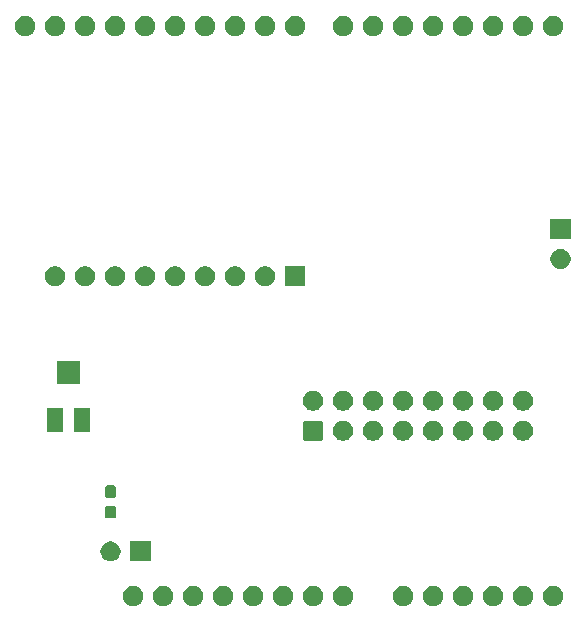
<source format=gbr>
G04 #@! TF.GenerationSoftware,KiCad,Pcbnew,(5.1.6)-1*
G04 #@! TF.CreationDate,2021-01-19T11:24:55+01:00*
G04 #@! TF.ProjectId,Thermolino 2A,54686572-6d6f-46c6-996e-6f2032412e6b,rev?*
G04 #@! TF.SameCoordinates,Original*
G04 #@! TF.FileFunction,Soldermask,Top*
G04 #@! TF.FilePolarity,Negative*
%FSLAX46Y46*%
G04 Gerber Fmt 4.6, Leading zero omitted, Abs format (unit mm)*
G04 Created by KiCad (PCBNEW (5.1.6)-1) date 2021-01-19 11:24:55*
%MOMM*%
%LPD*%
G01*
G04 APERTURE LIST*
%ADD10C,0.152400*%
G04 APERTURE END LIST*
D10*
G36*
X183050480Y-110882494D02*
G01*
X183133903Y-110899087D01*
X183291068Y-110964187D01*
X183432513Y-111058698D01*
X183552802Y-111178987D01*
X183647313Y-111320432D01*
X183712413Y-111477597D01*
X183745600Y-111644443D01*
X183745600Y-111814557D01*
X183712413Y-111981403D01*
X183647313Y-112138568D01*
X183552802Y-112280013D01*
X183432513Y-112400302D01*
X183291068Y-112494813D01*
X183133903Y-112559913D01*
X183050480Y-112576506D01*
X182967059Y-112593100D01*
X182796941Y-112593100D01*
X182713520Y-112576506D01*
X182630097Y-112559913D01*
X182472932Y-112494813D01*
X182331487Y-112400302D01*
X182211198Y-112280013D01*
X182116687Y-112138568D01*
X182051587Y-111981403D01*
X182018400Y-111814557D01*
X182018400Y-111644443D01*
X182051587Y-111477597D01*
X182116687Y-111320432D01*
X182211198Y-111178987D01*
X182331487Y-111058698D01*
X182472932Y-110964187D01*
X182630097Y-110899087D01*
X182713520Y-110882494D01*
X182796941Y-110865900D01*
X182967059Y-110865900D01*
X183050480Y-110882494D01*
G37*
G36*
X213530480Y-110882494D02*
G01*
X213613903Y-110899087D01*
X213771068Y-110964187D01*
X213912513Y-111058698D01*
X214032802Y-111178987D01*
X214127313Y-111320432D01*
X214192413Y-111477597D01*
X214225600Y-111644443D01*
X214225600Y-111814557D01*
X214192413Y-111981403D01*
X214127313Y-112138568D01*
X214032802Y-112280013D01*
X213912513Y-112400302D01*
X213771068Y-112494813D01*
X213613903Y-112559913D01*
X213530480Y-112576506D01*
X213447059Y-112593100D01*
X213276941Y-112593100D01*
X213193520Y-112576506D01*
X213110097Y-112559913D01*
X212952932Y-112494813D01*
X212811487Y-112400302D01*
X212691198Y-112280013D01*
X212596687Y-112138568D01*
X212531587Y-111981403D01*
X212498400Y-111814557D01*
X212498400Y-111644443D01*
X212531587Y-111477597D01*
X212596687Y-111320432D01*
X212691198Y-111178987D01*
X212811487Y-111058698D01*
X212952932Y-110964187D01*
X213110097Y-110899087D01*
X213193520Y-110882494D01*
X213276941Y-110865900D01*
X213447059Y-110865900D01*
X213530480Y-110882494D01*
G37*
G36*
X216070480Y-110882494D02*
G01*
X216153903Y-110899087D01*
X216311068Y-110964187D01*
X216452513Y-111058698D01*
X216572802Y-111178987D01*
X216667313Y-111320432D01*
X216732413Y-111477597D01*
X216765600Y-111644443D01*
X216765600Y-111814557D01*
X216732413Y-111981403D01*
X216667313Y-112138568D01*
X216572802Y-112280013D01*
X216452513Y-112400302D01*
X216311068Y-112494813D01*
X216153903Y-112559913D01*
X216070480Y-112576506D01*
X215987059Y-112593100D01*
X215816941Y-112593100D01*
X215733520Y-112576506D01*
X215650097Y-112559913D01*
X215492932Y-112494813D01*
X215351487Y-112400302D01*
X215231198Y-112280013D01*
X215136687Y-112138568D01*
X215071587Y-111981403D01*
X215038400Y-111814557D01*
X215038400Y-111644443D01*
X215071587Y-111477597D01*
X215136687Y-111320432D01*
X215231198Y-111178987D01*
X215351487Y-111058698D01*
X215492932Y-110964187D01*
X215650097Y-110899087D01*
X215733520Y-110882494D01*
X215816941Y-110865900D01*
X215987059Y-110865900D01*
X216070480Y-110882494D01*
G37*
G36*
X210990480Y-110882494D02*
G01*
X211073903Y-110899087D01*
X211231068Y-110964187D01*
X211372513Y-111058698D01*
X211492802Y-111178987D01*
X211587313Y-111320432D01*
X211652413Y-111477597D01*
X211685600Y-111644443D01*
X211685600Y-111814557D01*
X211652413Y-111981403D01*
X211587313Y-112138568D01*
X211492802Y-112280013D01*
X211372513Y-112400302D01*
X211231068Y-112494813D01*
X211073903Y-112559913D01*
X210990480Y-112576506D01*
X210907059Y-112593100D01*
X210736941Y-112593100D01*
X210653520Y-112576506D01*
X210570097Y-112559913D01*
X210412932Y-112494813D01*
X210271487Y-112400302D01*
X210151198Y-112280013D01*
X210056687Y-112138568D01*
X209991587Y-111981403D01*
X209958400Y-111814557D01*
X209958400Y-111644443D01*
X209991587Y-111477597D01*
X210056687Y-111320432D01*
X210151198Y-111178987D01*
X210271487Y-111058698D01*
X210412932Y-110964187D01*
X210570097Y-110899087D01*
X210653520Y-110882494D01*
X210736941Y-110865900D01*
X210907059Y-110865900D01*
X210990480Y-110882494D01*
G37*
G36*
X208450480Y-110882494D02*
G01*
X208533903Y-110899087D01*
X208691068Y-110964187D01*
X208832513Y-111058698D01*
X208952802Y-111178987D01*
X209047313Y-111320432D01*
X209112413Y-111477597D01*
X209145600Y-111644443D01*
X209145600Y-111814557D01*
X209112413Y-111981403D01*
X209047313Y-112138568D01*
X208952802Y-112280013D01*
X208832513Y-112400302D01*
X208691068Y-112494813D01*
X208533903Y-112559913D01*
X208450480Y-112576506D01*
X208367059Y-112593100D01*
X208196941Y-112593100D01*
X208113520Y-112576506D01*
X208030097Y-112559913D01*
X207872932Y-112494813D01*
X207731487Y-112400302D01*
X207611198Y-112280013D01*
X207516687Y-112138568D01*
X207451587Y-111981403D01*
X207418400Y-111814557D01*
X207418400Y-111644443D01*
X207451587Y-111477597D01*
X207516687Y-111320432D01*
X207611198Y-111178987D01*
X207731487Y-111058698D01*
X207872932Y-110964187D01*
X208030097Y-110899087D01*
X208113520Y-110882494D01*
X208196941Y-110865900D01*
X208367059Y-110865900D01*
X208450480Y-110882494D01*
G37*
G36*
X205910480Y-110882494D02*
G01*
X205993903Y-110899087D01*
X206151068Y-110964187D01*
X206292513Y-111058698D01*
X206412802Y-111178987D01*
X206507313Y-111320432D01*
X206572413Y-111477597D01*
X206605600Y-111644443D01*
X206605600Y-111814557D01*
X206572413Y-111981403D01*
X206507313Y-112138568D01*
X206412802Y-112280013D01*
X206292513Y-112400302D01*
X206151068Y-112494813D01*
X205993903Y-112559913D01*
X205910480Y-112576506D01*
X205827059Y-112593100D01*
X205656941Y-112593100D01*
X205573520Y-112576506D01*
X205490097Y-112559913D01*
X205332932Y-112494813D01*
X205191487Y-112400302D01*
X205071198Y-112280013D01*
X204976687Y-112138568D01*
X204911587Y-111981403D01*
X204878400Y-111814557D01*
X204878400Y-111644443D01*
X204911587Y-111477597D01*
X204976687Y-111320432D01*
X205071198Y-111178987D01*
X205191487Y-111058698D01*
X205332932Y-110964187D01*
X205490097Y-110899087D01*
X205573520Y-110882494D01*
X205656941Y-110865900D01*
X205827059Y-110865900D01*
X205910480Y-110882494D01*
G37*
G36*
X180510480Y-110882494D02*
G01*
X180593903Y-110899087D01*
X180751068Y-110964187D01*
X180892513Y-111058698D01*
X181012802Y-111178987D01*
X181107313Y-111320432D01*
X181172413Y-111477597D01*
X181205600Y-111644443D01*
X181205600Y-111814557D01*
X181172413Y-111981403D01*
X181107313Y-112138568D01*
X181012802Y-112280013D01*
X180892513Y-112400302D01*
X180751068Y-112494813D01*
X180593903Y-112559913D01*
X180510480Y-112576506D01*
X180427059Y-112593100D01*
X180256941Y-112593100D01*
X180173520Y-112576506D01*
X180090097Y-112559913D01*
X179932932Y-112494813D01*
X179791487Y-112400302D01*
X179671198Y-112280013D01*
X179576687Y-112138568D01*
X179511587Y-111981403D01*
X179478400Y-111814557D01*
X179478400Y-111644443D01*
X179511587Y-111477597D01*
X179576687Y-111320432D01*
X179671198Y-111178987D01*
X179791487Y-111058698D01*
X179932932Y-110964187D01*
X180090097Y-110899087D01*
X180173520Y-110882494D01*
X180256941Y-110865900D01*
X180427059Y-110865900D01*
X180510480Y-110882494D01*
G37*
G36*
X185590480Y-110882494D02*
G01*
X185673903Y-110899087D01*
X185831068Y-110964187D01*
X185972513Y-111058698D01*
X186092802Y-111178987D01*
X186187313Y-111320432D01*
X186252413Y-111477597D01*
X186285600Y-111644443D01*
X186285600Y-111814557D01*
X186252413Y-111981403D01*
X186187313Y-112138568D01*
X186092802Y-112280013D01*
X185972513Y-112400302D01*
X185831068Y-112494813D01*
X185673903Y-112559913D01*
X185590480Y-112576506D01*
X185507059Y-112593100D01*
X185336941Y-112593100D01*
X185253520Y-112576506D01*
X185170097Y-112559913D01*
X185012932Y-112494813D01*
X184871487Y-112400302D01*
X184751198Y-112280013D01*
X184656687Y-112138568D01*
X184591587Y-111981403D01*
X184558400Y-111814557D01*
X184558400Y-111644443D01*
X184591587Y-111477597D01*
X184656687Y-111320432D01*
X184751198Y-111178987D01*
X184871487Y-111058698D01*
X185012932Y-110964187D01*
X185170097Y-110899087D01*
X185253520Y-110882494D01*
X185336941Y-110865900D01*
X185507059Y-110865900D01*
X185590480Y-110882494D01*
G37*
G36*
X188130480Y-110882494D02*
G01*
X188213903Y-110899087D01*
X188371068Y-110964187D01*
X188512513Y-111058698D01*
X188632802Y-111178987D01*
X188727313Y-111320432D01*
X188792413Y-111477597D01*
X188825600Y-111644443D01*
X188825600Y-111814557D01*
X188792413Y-111981403D01*
X188727313Y-112138568D01*
X188632802Y-112280013D01*
X188512513Y-112400302D01*
X188371068Y-112494813D01*
X188213903Y-112559913D01*
X188130480Y-112576506D01*
X188047059Y-112593100D01*
X187876941Y-112593100D01*
X187793520Y-112576506D01*
X187710097Y-112559913D01*
X187552932Y-112494813D01*
X187411487Y-112400302D01*
X187291198Y-112280013D01*
X187196687Y-112138568D01*
X187131587Y-111981403D01*
X187098400Y-111814557D01*
X187098400Y-111644443D01*
X187131587Y-111477597D01*
X187196687Y-111320432D01*
X187291198Y-111178987D01*
X187411487Y-111058698D01*
X187552932Y-110964187D01*
X187710097Y-110899087D01*
X187793520Y-110882494D01*
X187876941Y-110865900D01*
X188047059Y-110865900D01*
X188130480Y-110882494D01*
G37*
G36*
X190670480Y-110882494D02*
G01*
X190753903Y-110899087D01*
X190911068Y-110964187D01*
X191052513Y-111058698D01*
X191172802Y-111178987D01*
X191267313Y-111320432D01*
X191332413Y-111477597D01*
X191365600Y-111644443D01*
X191365600Y-111814557D01*
X191332413Y-111981403D01*
X191267313Y-112138568D01*
X191172802Y-112280013D01*
X191052513Y-112400302D01*
X190911068Y-112494813D01*
X190753903Y-112559913D01*
X190670480Y-112576506D01*
X190587059Y-112593100D01*
X190416941Y-112593100D01*
X190333520Y-112576506D01*
X190250097Y-112559913D01*
X190092932Y-112494813D01*
X189951487Y-112400302D01*
X189831198Y-112280013D01*
X189736687Y-112138568D01*
X189671587Y-111981403D01*
X189638400Y-111814557D01*
X189638400Y-111644443D01*
X189671587Y-111477597D01*
X189736687Y-111320432D01*
X189831198Y-111178987D01*
X189951487Y-111058698D01*
X190092932Y-110964187D01*
X190250097Y-110899087D01*
X190333520Y-110882494D01*
X190416941Y-110865900D01*
X190587059Y-110865900D01*
X190670480Y-110882494D01*
G37*
G36*
X193210480Y-110882494D02*
G01*
X193293903Y-110899087D01*
X193451068Y-110964187D01*
X193592513Y-111058698D01*
X193712802Y-111178987D01*
X193807313Y-111320432D01*
X193872413Y-111477597D01*
X193905600Y-111644443D01*
X193905600Y-111814557D01*
X193872413Y-111981403D01*
X193807313Y-112138568D01*
X193712802Y-112280013D01*
X193592513Y-112400302D01*
X193451068Y-112494813D01*
X193293903Y-112559913D01*
X193210480Y-112576506D01*
X193127059Y-112593100D01*
X192956941Y-112593100D01*
X192873520Y-112576506D01*
X192790097Y-112559913D01*
X192632932Y-112494813D01*
X192491487Y-112400302D01*
X192371198Y-112280013D01*
X192276687Y-112138568D01*
X192211587Y-111981403D01*
X192178400Y-111814557D01*
X192178400Y-111644443D01*
X192211587Y-111477597D01*
X192276687Y-111320432D01*
X192371198Y-111178987D01*
X192491487Y-111058698D01*
X192632932Y-110964187D01*
X192790097Y-110899087D01*
X192873520Y-110882494D01*
X192956941Y-110865900D01*
X193127059Y-110865900D01*
X193210480Y-110882494D01*
G37*
G36*
X195750480Y-110882494D02*
G01*
X195833903Y-110899087D01*
X195991068Y-110964187D01*
X196132513Y-111058698D01*
X196252802Y-111178987D01*
X196347313Y-111320432D01*
X196412413Y-111477597D01*
X196445600Y-111644443D01*
X196445600Y-111814557D01*
X196412413Y-111981403D01*
X196347313Y-112138568D01*
X196252802Y-112280013D01*
X196132513Y-112400302D01*
X195991068Y-112494813D01*
X195833903Y-112559913D01*
X195750480Y-112576506D01*
X195667059Y-112593100D01*
X195496941Y-112593100D01*
X195413520Y-112576506D01*
X195330097Y-112559913D01*
X195172932Y-112494813D01*
X195031487Y-112400302D01*
X194911198Y-112280013D01*
X194816687Y-112138568D01*
X194751587Y-111981403D01*
X194718400Y-111814557D01*
X194718400Y-111644443D01*
X194751587Y-111477597D01*
X194816687Y-111320432D01*
X194911198Y-111178987D01*
X195031487Y-111058698D01*
X195172932Y-110964187D01*
X195330097Y-110899087D01*
X195413520Y-110882494D01*
X195496941Y-110865900D01*
X195667059Y-110865900D01*
X195750480Y-110882494D01*
G37*
G36*
X198290480Y-110882494D02*
G01*
X198373903Y-110899087D01*
X198531068Y-110964187D01*
X198672513Y-111058698D01*
X198792802Y-111178987D01*
X198887313Y-111320432D01*
X198952413Y-111477597D01*
X198985600Y-111644443D01*
X198985600Y-111814557D01*
X198952413Y-111981403D01*
X198887313Y-112138568D01*
X198792802Y-112280013D01*
X198672513Y-112400302D01*
X198531068Y-112494813D01*
X198373903Y-112559913D01*
X198290480Y-112576506D01*
X198207059Y-112593100D01*
X198036941Y-112593100D01*
X197953520Y-112576506D01*
X197870097Y-112559913D01*
X197712932Y-112494813D01*
X197571487Y-112400302D01*
X197451198Y-112280013D01*
X197356687Y-112138568D01*
X197291587Y-111981403D01*
X197258400Y-111814557D01*
X197258400Y-111644443D01*
X197291587Y-111477597D01*
X197356687Y-111320432D01*
X197451198Y-111178987D01*
X197571487Y-111058698D01*
X197712932Y-110964187D01*
X197870097Y-110899087D01*
X197953520Y-110882494D01*
X198036941Y-110865900D01*
X198207059Y-110865900D01*
X198290480Y-110882494D01*
G37*
G36*
X203370480Y-110882494D02*
G01*
X203453903Y-110899087D01*
X203611068Y-110964187D01*
X203752513Y-111058698D01*
X203872802Y-111178987D01*
X203967313Y-111320432D01*
X204032413Y-111477597D01*
X204065600Y-111644443D01*
X204065600Y-111814557D01*
X204032413Y-111981403D01*
X203967313Y-112138568D01*
X203872802Y-112280013D01*
X203752513Y-112400302D01*
X203611068Y-112494813D01*
X203453903Y-112559913D01*
X203370480Y-112576506D01*
X203287059Y-112593100D01*
X203116941Y-112593100D01*
X203033520Y-112576506D01*
X202950097Y-112559913D01*
X202792932Y-112494813D01*
X202651487Y-112400302D01*
X202531198Y-112280013D01*
X202436687Y-112138568D01*
X202371587Y-111981403D01*
X202338400Y-111814557D01*
X202338400Y-111644443D01*
X202371587Y-111477597D01*
X202436687Y-111320432D01*
X202531198Y-111178987D01*
X202651487Y-111058698D01*
X202792932Y-110964187D01*
X202950097Y-110899087D01*
X203033520Y-110882494D01*
X203116941Y-110865900D01*
X203287059Y-110865900D01*
X203370480Y-110882494D01*
G37*
G36*
X181825000Y-108800000D02*
G01*
X180125000Y-108800000D01*
X180125000Y-107100000D01*
X181825000Y-107100000D01*
X181825000Y-108800000D01*
G37*
G36*
X178682936Y-107132665D02*
G01*
X178837626Y-107196739D01*
X178907076Y-107243145D01*
X178976844Y-107289762D01*
X179095238Y-107408156D01*
X179141855Y-107477924D01*
X179188261Y-107547374D01*
X179252335Y-107702064D01*
X179285000Y-107866282D01*
X179285000Y-108033718D01*
X179252335Y-108197936D01*
X179188261Y-108352626D01*
X179141855Y-108422076D01*
X179095238Y-108491844D01*
X178976844Y-108610238D01*
X178907076Y-108656855D01*
X178837626Y-108703261D01*
X178682936Y-108767335D01*
X178518718Y-108800000D01*
X178351282Y-108800000D01*
X178187064Y-108767335D01*
X178032374Y-108703261D01*
X177962924Y-108656855D01*
X177893156Y-108610238D01*
X177774762Y-108491844D01*
X177728145Y-108422076D01*
X177681739Y-108352626D01*
X177617665Y-108197936D01*
X177585000Y-108033718D01*
X177585000Y-107866282D01*
X177617665Y-107702064D01*
X177681739Y-107547374D01*
X177728145Y-107477924D01*
X177774762Y-107408156D01*
X177893156Y-107289762D01*
X177962924Y-107243145D01*
X178032374Y-107196739D01*
X178187064Y-107132665D01*
X178351282Y-107100000D01*
X178518718Y-107100000D01*
X178682936Y-107132665D01*
G37*
G36*
X178742921Y-104113271D02*
G01*
X178781798Y-104125064D01*
X178817618Y-104144211D01*
X178849019Y-104169981D01*
X178874789Y-104201382D01*
X178893936Y-104237202D01*
X178905729Y-104276079D01*
X178910000Y-104319447D01*
X178910000Y-104948553D01*
X178905729Y-104991921D01*
X178893936Y-105030798D01*
X178874789Y-105066618D01*
X178849019Y-105098019D01*
X178817618Y-105123789D01*
X178781798Y-105142936D01*
X178742921Y-105154729D01*
X178699553Y-105159000D01*
X178170447Y-105159000D01*
X178127079Y-105154729D01*
X178088202Y-105142936D01*
X178052382Y-105123789D01*
X178020981Y-105098019D01*
X177995211Y-105066618D01*
X177976064Y-105030798D01*
X177964271Y-104991921D01*
X177960000Y-104948553D01*
X177960000Y-104319447D01*
X177964271Y-104276079D01*
X177976064Y-104237202D01*
X177995211Y-104201382D01*
X178020981Y-104169981D01*
X178052382Y-104144211D01*
X178088202Y-104125064D01*
X178127079Y-104113271D01*
X178170447Y-104109000D01*
X178699553Y-104109000D01*
X178742921Y-104113271D01*
G37*
G36*
X178742921Y-102363271D02*
G01*
X178781798Y-102375064D01*
X178817618Y-102394211D01*
X178849019Y-102419981D01*
X178874789Y-102451382D01*
X178893936Y-102487202D01*
X178905729Y-102526079D01*
X178910000Y-102569447D01*
X178910000Y-103198553D01*
X178905729Y-103241921D01*
X178893936Y-103280798D01*
X178874789Y-103316618D01*
X178849019Y-103348019D01*
X178817618Y-103373789D01*
X178781798Y-103392936D01*
X178742921Y-103404729D01*
X178699553Y-103409000D01*
X178170447Y-103409000D01*
X178127079Y-103404729D01*
X178088202Y-103392936D01*
X178052382Y-103373789D01*
X178020981Y-103348019D01*
X177995211Y-103316618D01*
X177976064Y-103280798D01*
X177964271Y-103241921D01*
X177960000Y-103198553D01*
X177960000Y-102569447D01*
X177964271Y-102526079D01*
X177976064Y-102487202D01*
X177995211Y-102451382D01*
X178020981Y-102419981D01*
X178052382Y-102394211D01*
X178088202Y-102375064D01*
X178127079Y-102363271D01*
X178170447Y-102359000D01*
X178699553Y-102359000D01*
X178742921Y-102363271D01*
G37*
G36*
X203447936Y-96909165D02*
G01*
X203602626Y-96973239D01*
X203672076Y-97019645D01*
X203741844Y-97066262D01*
X203860238Y-97184656D01*
X203906855Y-97254424D01*
X203953261Y-97323874D01*
X204017335Y-97478564D01*
X204050000Y-97642782D01*
X204050000Y-97810218D01*
X204017335Y-97974436D01*
X203953261Y-98129126D01*
X203906855Y-98198576D01*
X203860238Y-98268344D01*
X203741844Y-98386738D01*
X203708071Y-98409304D01*
X203602626Y-98479761D01*
X203447936Y-98543835D01*
X203283718Y-98576500D01*
X203116282Y-98576500D01*
X202952064Y-98543835D01*
X202797374Y-98479761D01*
X202691929Y-98409304D01*
X202658156Y-98386738D01*
X202539762Y-98268344D01*
X202493145Y-98198576D01*
X202446739Y-98129126D01*
X202382665Y-97974436D01*
X202350000Y-97810218D01*
X202350000Y-97642782D01*
X202382665Y-97478564D01*
X202446739Y-97323874D01*
X202493145Y-97254424D01*
X202539762Y-97184656D01*
X202658156Y-97066262D01*
X202727924Y-97019645D01*
X202797374Y-96973239D01*
X202952064Y-96909165D01*
X203116282Y-96876500D01*
X203283718Y-96876500D01*
X203447936Y-96909165D01*
G37*
G36*
X205987936Y-96909165D02*
G01*
X206142626Y-96973239D01*
X206212076Y-97019645D01*
X206281844Y-97066262D01*
X206400238Y-97184656D01*
X206446855Y-97254424D01*
X206493261Y-97323874D01*
X206557335Y-97478564D01*
X206590000Y-97642782D01*
X206590000Y-97810218D01*
X206557335Y-97974436D01*
X206493261Y-98129126D01*
X206446855Y-98198576D01*
X206400238Y-98268344D01*
X206281844Y-98386738D01*
X206248071Y-98409304D01*
X206142626Y-98479761D01*
X205987936Y-98543835D01*
X205823718Y-98576500D01*
X205656282Y-98576500D01*
X205492064Y-98543835D01*
X205337374Y-98479761D01*
X205231929Y-98409304D01*
X205198156Y-98386738D01*
X205079762Y-98268344D01*
X205033145Y-98198576D01*
X204986739Y-98129126D01*
X204922665Y-97974436D01*
X204890000Y-97810218D01*
X204890000Y-97642782D01*
X204922665Y-97478564D01*
X204986739Y-97323874D01*
X205033145Y-97254424D01*
X205079762Y-97184656D01*
X205198156Y-97066262D01*
X205267924Y-97019645D01*
X205337374Y-96973239D01*
X205492064Y-96909165D01*
X205656282Y-96876500D01*
X205823718Y-96876500D01*
X205987936Y-96909165D01*
G37*
G36*
X208527936Y-96909165D02*
G01*
X208682626Y-96973239D01*
X208752076Y-97019645D01*
X208821844Y-97066262D01*
X208940238Y-97184656D01*
X208986855Y-97254424D01*
X209033261Y-97323874D01*
X209097335Y-97478564D01*
X209130000Y-97642782D01*
X209130000Y-97810218D01*
X209097335Y-97974436D01*
X209033261Y-98129126D01*
X208986855Y-98198576D01*
X208940238Y-98268344D01*
X208821844Y-98386738D01*
X208788071Y-98409304D01*
X208682626Y-98479761D01*
X208527936Y-98543835D01*
X208363718Y-98576500D01*
X208196282Y-98576500D01*
X208032064Y-98543835D01*
X207877374Y-98479761D01*
X207771929Y-98409304D01*
X207738156Y-98386738D01*
X207619762Y-98268344D01*
X207573145Y-98198576D01*
X207526739Y-98129126D01*
X207462665Y-97974436D01*
X207430000Y-97810218D01*
X207430000Y-97642782D01*
X207462665Y-97478564D01*
X207526739Y-97323874D01*
X207573145Y-97254424D01*
X207619762Y-97184656D01*
X207738156Y-97066262D01*
X207807924Y-97019645D01*
X207877374Y-96973239D01*
X208032064Y-96909165D01*
X208196282Y-96876500D01*
X208363718Y-96876500D01*
X208527936Y-96909165D01*
G37*
G36*
X211067936Y-96909165D02*
G01*
X211222626Y-96973239D01*
X211292076Y-97019645D01*
X211361844Y-97066262D01*
X211480238Y-97184656D01*
X211526855Y-97254424D01*
X211573261Y-97323874D01*
X211637335Y-97478564D01*
X211670000Y-97642782D01*
X211670000Y-97810218D01*
X211637335Y-97974436D01*
X211573261Y-98129126D01*
X211526855Y-98198576D01*
X211480238Y-98268344D01*
X211361844Y-98386738D01*
X211328071Y-98409304D01*
X211222626Y-98479761D01*
X211067936Y-98543835D01*
X210903718Y-98576500D01*
X210736282Y-98576500D01*
X210572064Y-98543835D01*
X210417374Y-98479761D01*
X210311929Y-98409304D01*
X210278156Y-98386738D01*
X210159762Y-98268344D01*
X210113145Y-98198576D01*
X210066739Y-98129126D01*
X210002665Y-97974436D01*
X209970000Y-97810218D01*
X209970000Y-97642782D01*
X210002665Y-97478564D01*
X210066739Y-97323874D01*
X210113145Y-97254424D01*
X210159762Y-97184656D01*
X210278156Y-97066262D01*
X210347924Y-97019645D01*
X210417374Y-96973239D01*
X210572064Y-96909165D01*
X210736282Y-96876500D01*
X210903718Y-96876500D01*
X211067936Y-96909165D01*
G37*
G36*
X213607936Y-96909165D02*
G01*
X213762626Y-96973239D01*
X213832076Y-97019645D01*
X213901844Y-97066262D01*
X214020238Y-97184656D01*
X214066855Y-97254424D01*
X214113261Y-97323874D01*
X214177335Y-97478564D01*
X214210000Y-97642782D01*
X214210000Y-97810218D01*
X214177335Y-97974436D01*
X214113261Y-98129126D01*
X214066855Y-98198576D01*
X214020238Y-98268344D01*
X213901844Y-98386738D01*
X213868071Y-98409304D01*
X213762626Y-98479761D01*
X213607936Y-98543835D01*
X213443718Y-98576500D01*
X213276282Y-98576500D01*
X213112064Y-98543835D01*
X212957374Y-98479761D01*
X212851929Y-98409304D01*
X212818156Y-98386738D01*
X212699762Y-98268344D01*
X212653145Y-98198576D01*
X212606739Y-98129126D01*
X212542665Y-97974436D01*
X212510000Y-97810218D01*
X212510000Y-97642782D01*
X212542665Y-97478564D01*
X212606739Y-97323874D01*
X212653145Y-97254424D01*
X212699762Y-97184656D01*
X212818156Y-97066262D01*
X212887924Y-97019645D01*
X212957374Y-96973239D01*
X213112064Y-96909165D01*
X213276282Y-96876500D01*
X213443718Y-96876500D01*
X213607936Y-96909165D01*
G37*
G36*
X200907936Y-96909165D02*
G01*
X201062626Y-96973239D01*
X201132076Y-97019645D01*
X201201844Y-97066262D01*
X201320238Y-97184656D01*
X201366855Y-97254424D01*
X201413261Y-97323874D01*
X201477335Y-97478564D01*
X201510000Y-97642782D01*
X201510000Y-97810218D01*
X201477335Y-97974436D01*
X201413261Y-98129126D01*
X201366855Y-98198576D01*
X201320238Y-98268344D01*
X201201844Y-98386738D01*
X201168071Y-98409304D01*
X201062626Y-98479761D01*
X200907936Y-98543835D01*
X200743718Y-98576500D01*
X200576282Y-98576500D01*
X200412064Y-98543835D01*
X200257374Y-98479761D01*
X200151929Y-98409304D01*
X200118156Y-98386738D01*
X199999762Y-98268344D01*
X199953145Y-98198576D01*
X199906739Y-98129126D01*
X199842665Y-97974436D01*
X199810000Y-97810218D01*
X199810000Y-97642782D01*
X199842665Y-97478564D01*
X199906739Y-97323874D01*
X199953145Y-97254424D01*
X199999762Y-97184656D01*
X200118156Y-97066262D01*
X200187924Y-97019645D01*
X200257374Y-96973239D01*
X200412064Y-96909165D01*
X200576282Y-96876500D01*
X200743718Y-96876500D01*
X200907936Y-96909165D01*
G37*
G36*
X198367936Y-96909165D02*
G01*
X198522626Y-96973239D01*
X198592076Y-97019645D01*
X198661844Y-97066262D01*
X198780238Y-97184656D01*
X198826855Y-97254424D01*
X198873261Y-97323874D01*
X198937335Y-97478564D01*
X198970000Y-97642782D01*
X198970000Y-97810218D01*
X198937335Y-97974436D01*
X198873261Y-98129126D01*
X198826855Y-98198576D01*
X198780238Y-98268344D01*
X198661844Y-98386738D01*
X198628071Y-98409304D01*
X198522626Y-98479761D01*
X198367936Y-98543835D01*
X198203718Y-98576500D01*
X198036282Y-98576500D01*
X197872064Y-98543835D01*
X197717374Y-98479761D01*
X197611929Y-98409304D01*
X197578156Y-98386738D01*
X197459762Y-98268344D01*
X197413145Y-98198576D01*
X197366739Y-98129126D01*
X197302665Y-97974436D01*
X197270000Y-97810218D01*
X197270000Y-97642782D01*
X197302665Y-97478564D01*
X197366739Y-97323874D01*
X197413145Y-97254424D01*
X197459762Y-97184656D01*
X197578156Y-97066262D01*
X197647924Y-97019645D01*
X197717374Y-96973239D01*
X197872064Y-96909165D01*
X198036282Y-96876500D01*
X198203718Y-96876500D01*
X198367936Y-96909165D01*
G37*
G36*
X196262804Y-96880775D02*
G01*
X196301706Y-96892575D01*
X196337553Y-96911736D01*
X196368976Y-96937524D01*
X196394764Y-96968947D01*
X196413925Y-97004794D01*
X196425725Y-97043696D01*
X196430000Y-97087095D01*
X196430000Y-98365905D01*
X196425725Y-98409304D01*
X196413925Y-98448206D01*
X196394764Y-98484053D01*
X196368976Y-98515476D01*
X196337553Y-98541264D01*
X196301706Y-98560425D01*
X196262804Y-98572225D01*
X196219405Y-98576500D01*
X194940595Y-98576500D01*
X194897196Y-98572225D01*
X194858294Y-98560425D01*
X194822447Y-98541264D01*
X194791024Y-98515476D01*
X194765236Y-98484053D01*
X194746075Y-98448206D01*
X194734275Y-98409304D01*
X194730000Y-98365905D01*
X194730000Y-97087095D01*
X194734275Y-97043696D01*
X194746075Y-97004794D01*
X194765236Y-96968947D01*
X194791024Y-96937524D01*
X194822447Y-96911736D01*
X194858294Y-96892575D01*
X194897196Y-96880775D01*
X194940595Y-96876500D01*
X196219405Y-96876500D01*
X196262804Y-96880775D01*
G37*
G36*
X174379000Y-97805500D02*
G01*
X173079000Y-97805500D01*
X173079000Y-95805500D01*
X174379000Y-95805500D01*
X174379000Y-97805500D01*
G37*
G36*
X176679000Y-97805500D02*
G01*
X175379000Y-97805500D01*
X175379000Y-95805500D01*
X176679000Y-95805500D01*
X176679000Y-97805500D01*
G37*
G36*
X198367936Y-94369165D02*
G01*
X198522626Y-94433239D01*
X198592076Y-94479645D01*
X198661844Y-94526262D01*
X198780238Y-94644656D01*
X198826855Y-94714424D01*
X198873261Y-94783874D01*
X198937335Y-94938564D01*
X198970000Y-95102782D01*
X198970000Y-95270218D01*
X198937335Y-95434436D01*
X198873261Y-95589126D01*
X198826855Y-95658576D01*
X198780238Y-95728344D01*
X198661844Y-95846738D01*
X198592076Y-95893355D01*
X198522626Y-95939761D01*
X198367936Y-96003835D01*
X198203718Y-96036500D01*
X198036282Y-96036500D01*
X197872064Y-96003835D01*
X197717374Y-95939761D01*
X197647924Y-95893355D01*
X197578156Y-95846738D01*
X197459762Y-95728344D01*
X197413145Y-95658576D01*
X197366739Y-95589126D01*
X197302665Y-95434436D01*
X197270000Y-95270218D01*
X197270000Y-95102782D01*
X197302665Y-94938564D01*
X197366739Y-94783874D01*
X197413145Y-94714424D01*
X197459762Y-94644656D01*
X197578156Y-94526262D01*
X197647924Y-94479645D01*
X197717374Y-94433239D01*
X197872064Y-94369165D01*
X198036282Y-94336500D01*
X198203718Y-94336500D01*
X198367936Y-94369165D01*
G37*
G36*
X200907936Y-94369165D02*
G01*
X201062626Y-94433239D01*
X201132076Y-94479645D01*
X201201844Y-94526262D01*
X201320238Y-94644656D01*
X201366855Y-94714424D01*
X201413261Y-94783874D01*
X201477335Y-94938564D01*
X201510000Y-95102782D01*
X201510000Y-95270218D01*
X201477335Y-95434436D01*
X201413261Y-95589126D01*
X201366855Y-95658576D01*
X201320238Y-95728344D01*
X201201844Y-95846738D01*
X201132076Y-95893355D01*
X201062626Y-95939761D01*
X200907936Y-96003835D01*
X200743718Y-96036500D01*
X200576282Y-96036500D01*
X200412064Y-96003835D01*
X200257374Y-95939761D01*
X200187924Y-95893355D01*
X200118156Y-95846738D01*
X199999762Y-95728344D01*
X199953145Y-95658576D01*
X199906739Y-95589126D01*
X199842665Y-95434436D01*
X199810000Y-95270218D01*
X199810000Y-95102782D01*
X199842665Y-94938564D01*
X199906739Y-94783874D01*
X199953145Y-94714424D01*
X199999762Y-94644656D01*
X200118156Y-94526262D01*
X200187924Y-94479645D01*
X200257374Y-94433239D01*
X200412064Y-94369165D01*
X200576282Y-94336500D01*
X200743718Y-94336500D01*
X200907936Y-94369165D01*
G37*
G36*
X203447936Y-94369165D02*
G01*
X203602626Y-94433239D01*
X203672076Y-94479645D01*
X203741844Y-94526262D01*
X203860238Y-94644656D01*
X203906855Y-94714424D01*
X203953261Y-94783874D01*
X204017335Y-94938564D01*
X204050000Y-95102782D01*
X204050000Y-95270218D01*
X204017335Y-95434436D01*
X203953261Y-95589126D01*
X203906855Y-95658576D01*
X203860238Y-95728344D01*
X203741844Y-95846738D01*
X203672076Y-95893355D01*
X203602626Y-95939761D01*
X203447936Y-96003835D01*
X203283718Y-96036500D01*
X203116282Y-96036500D01*
X202952064Y-96003835D01*
X202797374Y-95939761D01*
X202727924Y-95893355D01*
X202658156Y-95846738D01*
X202539762Y-95728344D01*
X202493145Y-95658576D01*
X202446739Y-95589126D01*
X202382665Y-95434436D01*
X202350000Y-95270218D01*
X202350000Y-95102782D01*
X202382665Y-94938564D01*
X202446739Y-94783874D01*
X202493145Y-94714424D01*
X202539762Y-94644656D01*
X202658156Y-94526262D01*
X202727924Y-94479645D01*
X202797374Y-94433239D01*
X202952064Y-94369165D01*
X203116282Y-94336500D01*
X203283718Y-94336500D01*
X203447936Y-94369165D01*
G37*
G36*
X205987936Y-94369165D02*
G01*
X206142626Y-94433239D01*
X206212076Y-94479645D01*
X206281844Y-94526262D01*
X206400238Y-94644656D01*
X206446855Y-94714424D01*
X206493261Y-94783874D01*
X206557335Y-94938564D01*
X206590000Y-95102782D01*
X206590000Y-95270218D01*
X206557335Y-95434436D01*
X206493261Y-95589126D01*
X206446855Y-95658576D01*
X206400238Y-95728344D01*
X206281844Y-95846738D01*
X206212076Y-95893355D01*
X206142626Y-95939761D01*
X205987936Y-96003835D01*
X205823718Y-96036500D01*
X205656282Y-96036500D01*
X205492064Y-96003835D01*
X205337374Y-95939761D01*
X205267924Y-95893355D01*
X205198156Y-95846738D01*
X205079762Y-95728344D01*
X205033145Y-95658576D01*
X204986739Y-95589126D01*
X204922665Y-95434436D01*
X204890000Y-95270218D01*
X204890000Y-95102782D01*
X204922665Y-94938564D01*
X204986739Y-94783874D01*
X205033145Y-94714424D01*
X205079762Y-94644656D01*
X205198156Y-94526262D01*
X205267924Y-94479645D01*
X205337374Y-94433239D01*
X205492064Y-94369165D01*
X205656282Y-94336500D01*
X205823718Y-94336500D01*
X205987936Y-94369165D01*
G37*
G36*
X213607936Y-94369165D02*
G01*
X213762626Y-94433239D01*
X213832076Y-94479645D01*
X213901844Y-94526262D01*
X214020238Y-94644656D01*
X214066855Y-94714424D01*
X214113261Y-94783874D01*
X214177335Y-94938564D01*
X214210000Y-95102782D01*
X214210000Y-95270218D01*
X214177335Y-95434436D01*
X214113261Y-95589126D01*
X214066855Y-95658576D01*
X214020238Y-95728344D01*
X213901844Y-95846738D01*
X213832076Y-95893355D01*
X213762626Y-95939761D01*
X213607936Y-96003835D01*
X213443718Y-96036500D01*
X213276282Y-96036500D01*
X213112064Y-96003835D01*
X212957374Y-95939761D01*
X212887924Y-95893355D01*
X212818156Y-95846738D01*
X212699762Y-95728344D01*
X212653145Y-95658576D01*
X212606739Y-95589126D01*
X212542665Y-95434436D01*
X212510000Y-95270218D01*
X212510000Y-95102782D01*
X212542665Y-94938564D01*
X212606739Y-94783874D01*
X212653145Y-94714424D01*
X212699762Y-94644656D01*
X212818156Y-94526262D01*
X212887924Y-94479645D01*
X212957374Y-94433239D01*
X213112064Y-94369165D01*
X213276282Y-94336500D01*
X213443718Y-94336500D01*
X213607936Y-94369165D01*
G37*
G36*
X211067936Y-94369165D02*
G01*
X211222626Y-94433239D01*
X211292076Y-94479645D01*
X211361844Y-94526262D01*
X211480238Y-94644656D01*
X211526855Y-94714424D01*
X211573261Y-94783874D01*
X211637335Y-94938564D01*
X211670000Y-95102782D01*
X211670000Y-95270218D01*
X211637335Y-95434436D01*
X211573261Y-95589126D01*
X211526855Y-95658576D01*
X211480238Y-95728344D01*
X211361844Y-95846738D01*
X211292076Y-95893355D01*
X211222626Y-95939761D01*
X211067936Y-96003835D01*
X210903718Y-96036500D01*
X210736282Y-96036500D01*
X210572064Y-96003835D01*
X210417374Y-95939761D01*
X210347924Y-95893355D01*
X210278156Y-95846738D01*
X210159762Y-95728344D01*
X210113145Y-95658576D01*
X210066739Y-95589126D01*
X210002665Y-95434436D01*
X209970000Y-95270218D01*
X209970000Y-95102782D01*
X210002665Y-94938564D01*
X210066739Y-94783874D01*
X210113145Y-94714424D01*
X210159762Y-94644656D01*
X210278156Y-94526262D01*
X210347924Y-94479645D01*
X210417374Y-94433239D01*
X210572064Y-94369165D01*
X210736282Y-94336500D01*
X210903718Y-94336500D01*
X211067936Y-94369165D01*
G37*
G36*
X195827936Y-94369165D02*
G01*
X195982626Y-94433239D01*
X196052076Y-94479645D01*
X196121844Y-94526262D01*
X196240238Y-94644656D01*
X196286855Y-94714424D01*
X196333261Y-94783874D01*
X196397335Y-94938564D01*
X196430000Y-95102782D01*
X196430000Y-95270218D01*
X196397335Y-95434436D01*
X196333261Y-95589126D01*
X196286855Y-95658576D01*
X196240238Y-95728344D01*
X196121844Y-95846738D01*
X196052076Y-95893355D01*
X195982626Y-95939761D01*
X195827936Y-96003835D01*
X195663718Y-96036500D01*
X195496282Y-96036500D01*
X195332064Y-96003835D01*
X195177374Y-95939761D01*
X195107924Y-95893355D01*
X195038156Y-95846738D01*
X194919762Y-95728344D01*
X194873145Y-95658576D01*
X194826739Y-95589126D01*
X194762665Y-95434436D01*
X194730000Y-95270218D01*
X194730000Y-95102782D01*
X194762665Y-94938564D01*
X194826739Y-94783874D01*
X194873145Y-94714424D01*
X194919762Y-94644656D01*
X195038156Y-94526262D01*
X195107924Y-94479645D01*
X195177374Y-94433239D01*
X195332064Y-94369165D01*
X195496282Y-94336500D01*
X195663718Y-94336500D01*
X195827936Y-94369165D01*
G37*
G36*
X208527936Y-94369165D02*
G01*
X208682626Y-94433239D01*
X208752076Y-94479645D01*
X208821844Y-94526262D01*
X208940238Y-94644656D01*
X208986855Y-94714424D01*
X209033261Y-94783874D01*
X209097335Y-94938564D01*
X209130000Y-95102782D01*
X209130000Y-95270218D01*
X209097335Y-95434436D01*
X209033261Y-95589126D01*
X208986855Y-95658576D01*
X208940238Y-95728344D01*
X208821844Y-95846738D01*
X208752076Y-95893355D01*
X208682626Y-95939761D01*
X208527936Y-96003835D01*
X208363718Y-96036500D01*
X208196282Y-96036500D01*
X208032064Y-96003835D01*
X207877374Y-95939761D01*
X207807924Y-95893355D01*
X207738156Y-95846738D01*
X207619762Y-95728344D01*
X207573145Y-95658576D01*
X207526739Y-95589126D01*
X207462665Y-95434436D01*
X207430000Y-95270218D01*
X207430000Y-95102782D01*
X207462665Y-94938564D01*
X207526739Y-94783874D01*
X207573145Y-94714424D01*
X207619762Y-94644656D01*
X207738156Y-94526262D01*
X207807924Y-94479645D01*
X207877374Y-94433239D01*
X208032064Y-94369165D01*
X208196282Y-94336500D01*
X208363718Y-94336500D01*
X208527936Y-94369165D01*
G37*
G36*
X175879000Y-93805500D02*
G01*
X173879000Y-93805500D01*
X173879000Y-91805500D01*
X175879000Y-91805500D01*
X175879000Y-93805500D01*
G37*
G36*
X179063936Y-83828165D02*
G01*
X179218626Y-83892239D01*
X179287500Y-83938260D01*
X179357844Y-83985262D01*
X179476238Y-84103656D01*
X179522855Y-84173424D01*
X179569261Y-84242874D01*
X179633335Y-84397564D01*
X179666000Y-84561782D01*
X179666000Y-84729218D01*
X179633335Y-84893436D01*
X179569261Y-85048126D01*
X179522855Y-85117576D01*
X179476238Y-85187344D01*
X179357844Y-85305738D01*
X179288076Y-85352355D01*
X179218626Y-85398761D01*
X179063936Y-85462835D01*
X178899718Y-85495500D01*
X178732282Y-85495500D01*
X178568064Y-85462835D01*
X178413374Y-85398761D01*
X178343924Y-85352355D01*
X178274156Y-85305738D01*
X178155762Y-85187344D01*
X178109145Y-85117576D01*
X178062739Y-85048126D01*
X177998665Y-84893436D01*
X177966000Y-84729218D01*
X177966000Y-84561782D01*
X177998665Y-84397564D01*
X178062739Y-84242874D01*
X178109145Y-84173424D01*
X178155762Y-84103656D01*
X178274156Y-83985262D01*
X178344500Y-83938260D01*
X178413374Y-83892239D01*
X178568064Y-83828165D01*
X178732282Y-83795500D01*
X178899718Y-83795500D01*
X179063936Y-83828165D01*
G37*
G36*
X176523936Y-83828165D02*
G01*
X176678626Y-83892239D01*
X176747500Y-83938260D01*
X176817844Y-83985262D01*
X176936238Y-84103656D01*
X176982855Y-84173424D01*
X177029261Y-84242874D01*
X177093335Y-84397564D01*
X177126000Y-84561782D01*
X177126000Y-84729218D01*
X177093335Y-84893436D01*
X177029261Y-85048126D01*
X176982855Y-85117576D01*
X176936238Y-85187344D01*
X176817844Y-85305738D01*
X176748076Y-85352355D01*
X176678626Y-85398761D01*
X176523936Y-85462835D01*
X176359718Y-85495500D01*
X176192282Y-85495500D01*
X176028064Y-85462835D01*
X175873374Y-85398761D01*
X175803924Y-85352355D01*
X175734156Y-85305738D01*
X175615762Y-85187344D01*
X175569145Y-85117576D01*
X175522739Y-85048126D01*
X175458665Y-84893436D01*
X175426000Y-84729218D01*
X175426000Y-84561782D01*
X175458665Y-84397564D01*
X175522739Y-84242874D01*
X175569145Y-84173424D01*
X175615762Y-84103656D01*
X175734156Y-83985262D01*
X175804500Y-83938260D01*
X175873374Y-83892239D01*
X176028064Y-83828165D01*
X176192282Y-83795500D01*
X176359718Y-83795500D01*
X176523936Y-83828165D01*
G37*
G36*
X181603936Y-83828165D02*
G01*
X181758626Y-83892239D01*
X181827500Y-83938260D01*
X181897844Y-83985262D01*
X182016238Y-84103656D01*
X182062855Y-84173424D01*
X182109261Y-84242874D01*
X182173335Y-84397564D01*
X182206000Y-84561782D01*
X182206000Y-84729218D01*
X182173335Y-84893436D01*
X182109261Y-85048126D01*
X182062855Y-85117576D01*
X182016238Y-85187344D01*
X181897844Y-85305738D01*
X181828076Y-85352355D01*
X181758626Y-85398761D01*
X181603936Y-85462835D01*
X181439718Y-85495500D01*
X181272282Y-85495500D01*
X181108064Y-85462835D01*
X180953374Y-85398761D01*
X180883924Y-85352355D01*
X180814156Y-85305738D01*
X180695762Y-85187344D01*
X180649145Y-85117576D01*
X180602739Y-85048126D01*
X180538665Y-84893436D01*
X180506000Y-84729218D01*
X180506000Y-84561782D01*
X180538665Y-84397564D01*
X180602739Y-84242874D01*
X180649145Y-84173424D01*
X180695762Y-84103656D01*
X180814156Y-83985262D01*
X180884500Y-83938260D01*
X180953374Y-83892239D01*
X181108064Y-83828165D01*
X181272282Y-83795500D01*
X181439718Y-83795500D01*
X181603936Y-83828165D01*
G37*
G36*
X184143936Y-83828165D02*
G01*
X184298626Y-83892239D01*
X184367500Y-83938260D01*
X184437844Y-83985262D01*
X184556238Y-84103656D01*
X184602855Y-84173424D01*
X184649261Y-84242874D01*
X184713335Y-84397564D01*
X184746000Y-84561782D01*
X184746000Y-84729218D01*
X184713335Y-84893436D01*
X184649261Y-85048126D01*
X184602855Y-85117576D01*
X184556238Y-85187344D01*
X184437844Y-85305738D01*
X184368076Y-85352355D01*
X184298626Y-85398761D01*
X184143936Y-85462835D01*
X183979718Y-85495500D01*
X183812282Y-85495500D01*
X183648064Y-85462835D01*
X183493374Y-85398761D01*
X183423924Y-85352355D01*
X183354156Y-85305738D01*
X183235762Y-85187344D01*
X183189145Y-85117576D01*
X183142739Y-85048126D01*
X183078665Y-84893436D01*
X183046000Y-84729218D01*
X183046000Y-84561782D01*
X183078665Y-84397564D01*
X183142739Y-84242874D01*
X183189145Y-84173424D01*
X183235762Y-84103656D01*
X183354156Y-83985262D01*
X183424500Y-83938260D01*
X183493374Y-83892239D01*
X183648064Y-83828165D01*
X183812282Y-83795500D01*
X183979718Y-83795500D01*
X184143936Y-83828165D01*
G37*
G36*
X194906000Y-85495500D02*
G01*
X193206000Y-85495500D01*
X193206000Y-83795500D01*
X194906000Y-83795500D01*
X194906000Y-85495500D01*
G37*
G36*
X191763936Y-83828165D02*
G01*
X191918626Y-83892239D01*
X191987500Y-83938260D01*
X192057844Y-83985262D01*
X192176238Y-84103656D01*
X192222855Y-84173424D01*
X192269261Y-84242874D01*
X192333335Y-84397564D01*
X192366000Y-84561782D01*
X192366000Y-84729218D01*
X192333335Y-84893436D01*
X192269261Y-85048126D01*
X192222855Y-85117576D01*
X192176238Y-85187344D01*
X192057844Y-85305738D01*
X191988076Y-85352355D01*
X191918626Y-85398761D01*
X191763936Y-85462835D01*
X191599718Y-85495500D01*
X191432282Y-85495500D01*
X191268064Y-85462835D01*
X191113374Y-85398761D01*
X191043924Y-85352355D01*
X190974156Y-85305738D01*
X190855762Y-85187344D01*
X190809145Y-85117576D01*
X190762739Y-85048126D01*
X190698665Y-84893436D01*
X190666000Y-84729218D01*
X190666000Y-84561782D01*
X190698665Y-84397564D01*
X190762739Y-84242874D01*
X190809145Y-84173424D01*
X190855762Y-84103656D01*
X190974156Y-83985262D01*
X191044500Y-83938260D01*
X191113374Y-83892239D01*
X191268064Y-83828165D01*
X191432282Y-83795500D01*
X191599718Y-83795500D01*
X191763936Y-83828165D01*
G37*
G36*
X189223936Y-83828165D02*
G01*
X189378626Y-83892239D01*
X189447500Y-83938260D01*
X189517844Y-83985262D01*
X189636238Y-84103656D01*
X189682855Y-84173424D01*
X189729261Y-84242874D01*
X189793335Y-84397564D01*
X189826000Y-84561782D01*
X189826000Y-84729218D01*
X189793335Y-84893436D01*
X189729261Y-85048126D01*
X189682855Y-85117576D01*
X189636238Y-85187344D01*
X189517844Y-85305738D01*
X189448076Y-85352355D01*
X189378626Y-85398761D01*
X189223936Y-85462835D01*
X189059718Y-85495500D01*
X188892282Y-85495500D01*
X188728064Y-85462835D01*
X188573374Y-85398761D01*
X188503924Y-85352355D01*
X188434156Y-85305738D01*
X188315762Y-85187344D01*
X188269145Y-85117576D01*
X188222739Y-85048126D01*
X188158665Y-84893436D01*
X188126000Y-84729218D01*
X188126000Y-84561782D01*
X188158665Y-84397564D01*
X188222739Y-84242874D01*
X188269145Y-84173424D01*
X188315762Y-84103656D01*
X188434156Y-83985262D01*
X188504500Y-83938260D01*
X188573374Y-83892239D01*
X188728064Y-83828165D01*
X188892282Y-83795500D01*
X189059718Y-83795500D01*
X189223936Y-83828165D01*
G37*
G36*
X186683936Y-83828165D02*
G01*
X186838626Y-83892239D01*
X186907500Y-83938260D01*
X186977844Y-83985262D01*
X187096238Y-84103656D01*
X187142855Y-84173424D01*
X187189261Y-84242874D01*
X187253335Y-84397564D01*
X187286000Y-84561782D01*
X187286000Y-84729218D01*
X187253335Y-84893436D01*
X187189261Y-85048126D01*
X187142855Y-85117576D01*
X187096238Y-85187344D01*
X186977844Y-85305738D01*
X186908076Y-85352355D01*
X186838626Y-85398761D01*
X186683936Y-85462835D01*
X186519718Y-85495500D01*
X186352282Y-85495500D01*
X186188064Y-85462835D01*
X186033374Y-85398761D01*
X185963924Y-85352355D01*
X185894156Y-85305738D01*
X185775762Y-85187344D01*
X185729145Y-85117576D01*
X185682739Y-85048126D01*
X185618665Y-84893436D01*
X185586000Y-84729218D01*
X185586000Y-84561782D01*
X185618665Y-84397564D01*
X185682739Y-84242874D01*
X185729145Y-84173424D01*
X185775762Y-84103656D01*
X185894156Y-83985262D01*
X185964500Y-83938260D01*
X186033374Y-83892239D01*
X186188064Y-83828165D01*
X186352282Y-83795500D01*
X186519718Y-83795500D01*
X186683936Y-83828165D01*
G37*
G36*
X173983936Y-83828165D02*
G01*
X174138626Y-83892239D01*
X174207500Y-83938260D01*
X174277844Y-83985262D01*
X174396238Y-84103656D01*
X174442855Y-84173424D01*
X174489261Y-84242874D01*
X174553335Y-84397564D01*
X174586000Y-84561782D01*
X174586000Y-84729218D01*
X174553335Y-84893436D01*
X174489261Y-85048126D01*
X174442855Y-85117576D01*
X174396238Y-85187344D01*
X174277844Y-85305738D01*
X174208076Y-85352355D01*
X174138626Y-85398761D01*
X173983936Y-85462835D01*
X173819718Y-85495500D01*
X173652282Y-85495500D01*
X173488064Y-85462835D01*
X173333374Y-85398761D01*
X173263924Y-85352355D01*
X173194156Y-85305738D01*
X173075762Y-85187344D01*
X173029145Y-85117576D01*
X172982739Y-85048126D01*
X172918665Y-84893436D01*
X172886000Y-84729218D01*
X172886000Y-84561782D01*
X172918665Y-84397564D01*
X172982739Y-84242874D01*
X173029145Y-84173424D01*
X173075762Y-84103656D01*
X173194156Y-83985262D01*
X173264500Y-83938260D01*
X173333374Y-83892239D01*
X173488064Y-83828165D01*
X173652282Y-83795500D01*
X173819718Y-83795500D01*
X173983936Y-83828165D01*
G37*
G36*
X216782936Y-82367665D02*
G01*
X216937626Y-82431739D01*
X217007076Y-82478145D01*
X217076844Y-82524762D01*
X217195238Y-82643156D01*
X217241855Y-82712924D01*
X217288261Y-82782374D01*
X217352335Y-82937064D01*
X217385000Y-83101282D01*
X217385000Y-83268718D01*
X217352335Y-83432936D01*
X217288261Y-83587626D01*
X217241855Y-83657076D01*
X217195238Y-83726844D01*
X217076844Y-83845238D01*
X217007076Y-83891855D01*
X216937626Y-83938261D01*
X216782936Y-84002335D01*
X216618718Y-84035000D01*
X216451282Y-84035000D01*
X216287064Y-84002335D01*
X216132374Y-83938261D01*
X216062924Y-83891855D01*
X215993156Y-83845238D01*
X215874762Y-83726844D01*
X215828145Y-83657076D01*
X215781739Y-83587626D01*
X215717665Y-83432936D01*
X215685000Y-83268718D01*
X215685000Y-83101282D01*
X215717665Y-82937064D01*
X215781739Y-82782374D01*
X215828145Y-82712924D01*
X215874762Y-82643156D01*
X215993156Y-82524762D01*
X216062924Y-82478145D01*
X216132374Y-82431739D01*
X216287064Y-82367665D01*
X216451282Y-82335000D01*
X216618718Y-82335000D01*
X216782936Y-82367665D01*
G37*
G36*
X217385000Y-81495000D02*
G01*
X215685000Y-81495000D01*
X215685000Y-79795000D01*
X217385000Y-79795000D01*
X217385000Y-81495000D01*
G37*
G36*
X184066480Y-62622493D02*
G01*
X184149903Y-62639087D01*
X184307068Y-62704187D01*
X184448513Y-62798698D01*
X184568802Y-62918987D01*
X184663313Y-63060432D01*
X184728413Y-63217597D01*
X184761600Y-63384443D01*
X184761600Y-63554557D01*
X184728413Y-63721403D01*
X184663313Y-63878568D01*
X184568802Y-64020013D01*
X184448513Y-64140302D01*
X184307068Y-64234813D01*
X184149903Y-64299913D01*
X184066480Y-64316506D01*
X183983059Y-64333100D01*
X183812941Y-64333100D01*
X183729520Y-64316506D01*
X183646097Y-64299913D01*
X183488932Y-64234813D01*
X183347487Y-64140302D01*
X183227198Y-64020013D01*
X183132687Y-63878568D01*
X183067587Y-63721403D01*
X183034400Y-63554557D01*
X183034400Y-63384443D01*
X183067587Y-63217597D01*
X183132687Y-63060432D01*
X183227198Y-62918987D01*
X183347487Y-62798698D01*
X183488932Y-62704187D01*
X183646097Y-62639087D01*
X183729520Y-62622493D01*
X183812941Y-62605900D01*
X183983059Y-62605900D01*
X184066480Y-62622493D01*
G37*
G36*
X181526480Y-62622493D02*
G01*
X181609903Y-62639087D01*
X181767068Y-62704187D01*
X181908513Y-62798698D01*
X182028802Y-62918987D01*
X182123313Y-63060432D01*
X182188413Y-63217597D01*
X182221600Y-63384443D01*
X182221600Y-63554557D01*
X182188413Y-63721403D01*
X182123313Y-63878568D01*
X182028802Y-64020013D01*
X181908513Y-64140302D01*
X181767068Y-64234813D01*
X181609903Y-64299913D01*
X181526480Y-64316506D01*
X181443059Y-64333100D01*
X181272941Y-64333100D01*
X181189520Y-64316506D01*
X181106097Y-64299913D01*
X180948932Y-64234813D01*
X180807487Y-64140302D01*
X180687198Y-64020013D01*
X180592687Y-63878568D01*
X180527587Y-63721403D01*
X180494400Y-63554557D01*
X180494400Y-63384443D01*
X180527587Y-63217597D01*
X180592687Y-63060432D01*
X180687198Y-62918987D01*
X180807487Y-62798698D01*
X180948932Y-62704187D01*
X181106097Y-62639087D01*
X181189520Y-62622493D01*
X181272941Y-62605900D01*
X181443059Y-62605900D01*
X181526480Y-62622493D01*
G37*
G36*
X203370480Y-62622493D02*
G01*
X203453903Y-62639087D01*
X203611068Y-62704187D01*
X203752513Y-62798698D01*
X203872802Y-62918987D01*
X203967313Y-63060432D01*
X204032413Y-63217597D01*
X204065600Y-63384443D01*
X204065600Y-63554557D01*
X204032413Y-63721403D01*
X203967313Y-63878568D01*
X203872802Y-64020013D01*
X203752513Y-64140302D01*
X203611068Y-64234813D01*
X203453903Y-64299913D01*
X203370480Y-64316506D01*
X203287059Y-64333100D01*
X203116941Y-64333100D01*
X203033520Y-64316506D01*
X202950097Y-64299913D01*
X202792932Y-64234813D01*
X202651487Y-64140302D01*
X202531198Y-64020013D01*
X202436687Y-63878568D01*
X202371587Y-63721403D01*
X202338400Y-63554557D01*
X202338400Y-63384443D01*
X202371587Y-63217597D01*
X202436687Y-63060432D01*
X202531198Y-62918987D01*
X202651487Y-62798698D01*
X202792932Y-62704187D01*
X202950097Y-62639087D01*
X203033520Y-62622493D01*
X203116941Y-62605900D01*
X203287059Y-62605900D01*
X203370480Y-62622493D01*
G37*
G36*
X198290480Y-62622493D02*
G01*
X198373903Y-62639087D01*
X198531068Y-62704187D01*
X198672513Y-62798698D01*
X198792802Y-62918987D01*
X198887313Y-63060432D01*
X198952413Y-63217597D01*
X198985600Y-63384443D01*
X198985600Y-63554557D01*
X198952413Y-63721403D01*
X198887313Y-63878568D01*
X198792802Y-64020013D01*
X198672513Y-64140302D01*
X198531068Y-64234813D01*
X198373903Y-64299913D01*
X198290480Y-64316506D01*
X198207059Y-64333100D01*
X198036941Y-64333100D01*
X197953520Y-64316506D01*
X197870097Y-64299913D01*
X197712932Y-64234813D01*
X197571487Y-64140302D01*
X197451198Y-64020013D01*
X197356687Y-63878568D01*
X197291587Y-63721403D01*
X197258400Y-63554557D01*
X197258400Y-63384443D01*
X197291587Y-63217597D01*
X197356687Y-63060432D01*
X197451198Y-62918987D01*
X197571487Y-62798698D01*
X197712932Y-62704187D01*
X197870097Y-62639087D01*
X197953520Y-62622493D01*
X198036941Y-62605900D01*
X198207059Y-62605900D01*
X198290480Y-62622493D01*
G37*
G36*
X178986480Y-62622493D02*
G01*
X179069903Y-62639087D01*
X179227068Y-62704187D01*
X179368513Y-62798698D01*
X179488802Y-62918987D01*
X179583313Y-63060432D01*
X179648413Y-63217597D01*
X179681600Y-63384443D01*
X179681600Y-63554557D01*
X179648413Y-63721403D01*
X179583313Y-63878568D01*
X179488802Y-64020013D01*
X179368513Y-64140302D01*
X179227068Y-64234813D01*
X179069903Y-64299913D01*
X178986480Y-64316506D01*
X178903059Y-64333100D01*
X178732941Y-64333100D01*
X178649520Y-64316506D01*
X178566097Y-64299913D01*
X178408932Y-64234813D01*
X178267487Y-64140302D01*
X178147198Y-64020013D01*
X178052687Y-63878568D01*
X177987587Y-63721403D01*
X177954400Y-63554557D01*
X177954400Y-63384443D01*
X177987587Y-63217597D01*
X178052687Y-63060432D01*
X178147198Y-62918987D01*
X178267487Y-62798698D01*
X178408932Y-62704187D01*
X178566097Y-62639087D01*
X178649520Y-62622493D01*
X178732941Y-62605900D01*
X178903059Y-62605900D01*
X178986480Y-62622493D01*
G37*
G36*
X194226480Y-62622493D02*
G01*
X194309903Y-62639087D01*
X194467068Y-62704187D01*
X194608513Y-62798698D01*
X194728802Y-62918987D01*
X194823313Y-63060432D01*
X194888413Y-63217597D01*
X194921600Y-63384443D01*
X194921600Y-63554557D01*
X194888413Y-63721403D01*
X194823313Y-63878568D01*
X194728802Y-64020013D01*
X194608513Y-64140302D01*
X194467068Y-64234813D01*
X194309903Y-64299913D01*
X194226480Y-64316506D01*
X194143059Y-64333100D01*
X193972941Y-64333100D01*
X193889520Y-64316506D01*
X193806097Y-64299913D01*
X193648932Y-64234813D01*
X193507487Y-64140302D01*
X193387198Y-64020013D01*
X193292687Y-63878568D01*
X193227587Y-63721403D01*
X193194400Y-63554557D01*
X193194400Y-63384443D01*
X193227587Y-63217597D01*
X193292687Y-63060432D01*
X193387198Y-62918987D01*
X193507487Y-62798698D01*
X193648932Y-62704187D01*
X193806097Y-62639087D01*
X193889520Y-62622493D01*
X193972941Y-62605900D01*
X194143059Y-62605900D01*
X194226480Y-62622493D01*
G37*
G36*
X191686480Y-62622493D02*
G01*
X191769903Y-62639087D01*
X191927068Y-62704187D01*
X192068513Y-62798698D01*
X192188802Y-62918987D01*
X192283313Y-63060432D01*
X192348413Y-63217597D01*
X192381600Y-63384443D01*
X192381600Y-63554557D01*
X192348413Y-63721403D01*
X192283313Y-63878568D01*
X192188802Y-64020013D01*
X192068513Y-64140302D01*
X191927068Y-64234813D01*
X191769903Y-64299913D01*
X191686480Y-64316506D01*
X191603059Y-64333100D01*
X191432941Y-64333100D01*
X191349520Y-64316506D01*
X191266097Y-64299913D01*
X191108932Y-64234813D01*
X190967487Y-64140302D01*
X190847198Y-64020013D01*
X190752687Y-63878568D01*
X190687587Y-63721403D01*
X190654400Y-63554557D01*
X190654400Y-63384443D01*
X190687587Y-63217597D01*
X190752687Y-63060432D01*
X190847198Y-62918987D01*
X190967487Y-62798698D01*
X191108932Y-62704187D01*
X191266097Y-62639087D01*
X191349520Y-62622493D01*
X191432941Y-62605900D01*
X191603059Y-62605900D01*
X191686480Y-62622493D01*
G37*
G36*
X189146480Y-62622493D02*
G01*
X189229903Y-62639087D01*
X189387068Y-62704187D01*
X189528513Y-62798698D01*
X189648802Y-62918987D01*
X189743313Y-63060432D01*
X189808413Y-63217597D01*
X189841600Y-63384443D01*
X189841600Y-63554557D01*
X189808413Y-63721403D01*
X189743313Y-63878568D01*
X189648802Y-64020013D01*
X189528513Y-64140302D01*
X189387068Y-64234813D01*
X189229903Y-64299913D01*
X189146480Y-64316506D01*
X189063059Y-64333100D01*
X188892941Y-64333100D01*
X188809520Y-64316506D01*
X188726097Y-64299913D01*
X188568932Y-64234813D01*
X188427487Y-64140302D01*
X188307198Y-64020013D01*
X188212687Y-63878568D01*
X188147587Y-63721403D01*
X188114400Y-63554557D01*
X188114400Y-63384443D01*
X188147587Y-63217597D01*
X188212687Y-63060432D01*
X188307198Y-62918987D01*
X188427487Y-62798698D01*
X188568932Y-62704187D01*
X188726097Y-62639087D01*
X188809520Y-62622493D01*
X188892941Y-62605900D01*
X189063059Y-62605900D01*
X189146480Y-62622493D01*
G37*
G36*
X173906480Y-62622493D02*
G01*
X173989903Y-62639087D01*
X174147068Y-62704187D01*
X174288513Y-62798698D01*
X174408802Y-62918987D01*
X174503313Y-63060432D01*
X174568413Y-63217597D01*
X174601600Y-63384443D01*
X174601600Y-63554557D01*
X174568413Y-63721403D01*
X174503313Y-63878568D01*
X174408802Y-64020013D01*
X174288513Y-64140302D01*
X174147068Y-64234813D01*
X173989903Y-64299913D01*
X173906480Y-64316506D01*
X173823059Y-64333100D01*
X173652941Y-64333100D01*
X173569520Y-64316506D01*
X173486097Y-64299913D01*
X173328932Y-64234813D01*
X173187487Y-64140302D01*
X173067198Y-64020013D01*
X172972687Y-63878568D01*
X172907587Y-63721403D01*
X172874400Y-63554557D01*
X172874400Y-63384443D01*
X172907587Y-63217597D01*
X172972687Y-63060432D01*
X173067198Y-62918987D01*
X173187487Y-62798698D01*
X173328932Y-62704187D01*
X173486097Y-62639087D01*
X173569520Y-62622493D01*
X173652941Y-62605900D01*
X173823059Y-62605900D01*
X173906480Y-62622493D01*
G37*
G36*
X176446480Y-62622493D02*
G01*
X176529903Y-62639087D01*
X176687068Y-62704187D01*
X176828513Y-62798698D01*
X176948802Y-62918987D01*
X177043313Y-63060432D01*
X177108413Y-63217597D01*
X177141600Y-63384443D01*
X177141600Y-63554557D01*
X177108413Y-63721403D01*
X177043313Y-63878568D01*
X176948802Y-64020013D01*
X176828513Y-64140302D01*
X176687068Y-64234813D01*
X176529903Y-64299913D01*
X176446480Y-64316506D01*
X176363059Y-64333100D01*
X176192941Y-64333100D01*
X176109520Y-64316506D01*
X176026097Y-64299913D01*
X175868932Y-64234813D01*
X175727487Y-64140302D01*
X175607198Y-64020013D01*
X175512687Y-63878568D01*
X175447587Y-63721403D01*
X175414400Y-63554557D01*
X175414400Y-63384443D01*
X175447587Y-63217597D01*
X175512687Y-63060432D01*
X175607198Y-62918987D01*
X175727487Y-62798698D01*
X175868932Y-62704187D01*
X176026097Y-62639087D01*
X176109520Y-62622493D01*
X176192941Y-62605900D01*
X176363059Y-62605900D01*
X176446480Y-62622493D01*
G37*
G36*
X171366480Y-62622493D02*
G01*
X171449903Y-62639087D01*
X171607068Y-62704187D01*
X171748513Y-62798698D01*
X171868802Y-62918987D01*
X171963313Y-63060432D01*
X172028413Y-63217597D01*
X172061600Y-63384443D01*
X172061600Y-63554557D01*
X172028413Y-63721403D01*
X171963313Y-63878568D01*
X171868802Y-64020013D01*
X171748513Y-64140302D01*
X171607068Y-64234813D01*
X171449903Y-64299913D01*
X171366480Y-64316506D01*
X171283059Y-64333100D01*
X171112941Y-64333100D01*
X171029520Y-64316506D01*
X170946097Y-64299913D01*
X170788932Y-64234813D01*
X170647487Y-64140302D01*
X170527198Y-64020013D01*
X170432687Y-63878568D01*
X170367587Y-63721403D01*
X170334400Y-63554557D01*
X170334400Y-63384443D01*
X170367587Y-63217597D01*
X170432687Y-63060432D01*
X170527198Y-62918987D01*
X170647487Y-62798698D01*
X170788932Y-62704187D01*
X170946097Y-62639087D01*
X171029520Y-62622493D01*
X171112941Y-62605900D01*
X171283059Y-62605900D01*
X171366480Y-62622493D01*
G37*
G36*
X186606480Y-62622493D02*
G01*
X186689903Y-62639087D01*
X186847068Y-62704187D01*
X186988513Y-62798698D01*
X187108802Y-62918987D01*
X187203313Y-63060432D01*
X187268413Y-63217597D01*
X187301600Y-63384443D01*
X187301600Y-63554557D01*
X187268413Y-63721403D01*
X187203313Y-63878568D01*
X187108802Y-64020013D01*
X186988513Y-64140302D01*
X186847068Y-64234813D01*
X186689903Y-64299913D01*
X186606480Y-64316506D01*
X186523059Y-64333100D01*
X186352941Y-64333100D01*
X186269520Y-64316506D01*
X186186097Y-64299913D01*
X186028932Y-64234813D01*
X185887487Y-64140302D01*
X185767198Y-64020013D01*
X185672687Y-63878568D01*
X185607587Y-63721403D01*
X185574400Y-63554557D01*
X185574400Y-63384443D01*
X185607587Y-63217597D01*
X185672687Y-63060432D01*
X185767198Y-62918987D01*
X185887487Y-62798698D01*
X186028932Y-62704187D01*
X186186097Y-62639087D01*
X186269520Y-62622493D01*
X186352941Y-62605900D01*
X186523059Y-62605900D01*
X186606480Y-62622493D01*
G37*
G36*
X216070480Y-62622493D02*
G01*
X216153903Y-62639087D01*
X216311068Y-62704187D01*
X216452513Y-62798698D01*
X216572802Y-62918987D01*
X216667313Y-63060432D01*
X216732413Y-63217597D01*
X216765600Y-63384443D01*
X216765600Y-63554557D01*
X216732413Y-63721403D01*
X216667313Y-63878568D01*
X216572802Y-64020013D01*
X216452513Y-64140302D01*
X216311068Y-64234813D01*
X216153903Y-64299913D01*
X216070480Y-64316506D01*
X215987059Y-64333100D01*
X215816941Y-64333100D01*
X215733520Y-64316506D01*
X215650097Y-64299913D01*
X215492932Y-64234813D01*
X215351487Y-64140302D01*
X215231198Y-64020013D01*
X215136687Y-63878568D01*
X215071587Y-63721403D01*
X215038400Y-63554557D01*
X215038400Y-63384443D01*
X215071587Y-63217597D01*
X215136687Y-63060432D01*
X215231198Y-62918987D01*
X215351487Y-62798698D01*
X215492932Y-62704187D01*
X215650097Y-62639087D01*
X215733520Y-62622493D01*
X215816941Y-62605900D01*
X215987059Y-62605900D01*
X216070480Y-62622493D01*
G37*
G36*
X200830480Y-62622493D02*
G01*
X200913903Y-62639087D01*
X201071068Y-62704187D01*
X201212513Y-62798698D01*
X201332802Y-62918987D01*
X201427313Y-63060432D01*
X201492413Y-63217597D01*
X201525600Y-63384443D01*
X201525600Y-63554557D01*
X201492413Y-63721403D01*
X201427313Y-63878568D01*
X201332802Y-64020013D01*
X201212513Y-64140302D01*
X201071068Y-64234813D01*
X200913903Y-64299913D01*
X200830480Y-64316506D01*
X200747059Y-64333100D01*
X200576941Y-64333100D01*
X200493520Y-64316506D01*
X200410097Y-64299913D01*
X200252932Y-64234813D01*
X200111487Y-64140302D01*
X199991198Y-64020013D01*
X199896687Y-63878568D01*
X199831587Y-63721403D01*
X199798400Y-63554557D01*
X199798400Y-63384443D01*
X199831587Y-63217597D01*
X199896687Y-63060432D01*
X199991198Y-62918987D01*
X200111487Y-62798698D01*
X200252932Y-62704187D01*
X200410097Y-62639087D01*
X200493520Y-62622493D01*
X200576941Y-62605900D01*
X200747059Y-62605900D01*
X200830480Y-62622493D01*
G37*
G36*
X210990480Y-62622493D02*
G01*
X211073903Y-62639087D01*
X211231068Y-62704187D01*
X211372513Y-62798698D01*
X211492802Y-62918987D01*
X211587313Y-63060432D01*
X211652413Y-63217597D01*
X211685600Y-63384443D01*
X211685600Y-63554557D01*
X211652413Y-63721403D01*
X211587313Y-63878568D01*
X211492802Y-64020013D01*
X211372513Y-64140302D01*
X211231068Y-64234813D01*
X211073903Y-64299913D01*
X210990480Y-64316506D01*
X210907059Y-64333100D01*
X210736941Y-64333100D01*
X210653520Y-64316506D01*
X210570097Y-64299913D01*
X210412932Y-64234813D01*
X210271487Y-64140302D01*
X210151198Y-64020013D01*
X210056687Y-63878568D01*
X209991587Y-63721403D01*
X209958400Y-63554557D01*
X209958400Y-63384443D01*
X209991587Y-63217597D01*
X210056687Y-63060432D01*
X210151198Y-62918987D01*
X210271487Y-62798698D01*
X210412932Y-62704187D01*
X210570097Y-62639087D01*
X210653520Y-62622493D01*
X210736941Y-62605900D01*
X210907059Y-62605900D01*
X210990480Y-62622493D01*
G37*
G36*
X208450480Y-62622493D02*
G01*
X208533903Y-62639087D01*
X208691068Y-62704187D01*
X208832513Y-62798698D01*
X208952802Y-62918987D01*
X209047313Y-63060432D01*
X209112413Y-63217597D01*
X209145600Y-63384443D01*
X209145600Y-63554557D01*
X209112413Y-63721403D01*
X209047313Y-63878568D01*
X208952802Y-64020013D01*
X208832513Y-64140302D01*
X208691068Y-64234813D01*
X208533903Y-64299913D01*
X208450480Y-64316506D01*
X208367059Y-64333100D01*
X208196941Y-64333100D01*
X208113520Y-64316506D01*
X208030097Y-64299913D01*
X207872932Y-64234813D01*
X207731487Y-64140302D01*
X207611198Y-64020013D01*
X207516687Y-63878568D01*
X207451587Y-63721403D01*
X207418400Y-63554557D01*
X207418400Y-63384443D01*
X207451587Y-63217597D01*
X207516687Y-63060432D01*
X207611198Y-62918987D01*
X207731487Y-62798698D01*
X207872932Y-62704187D01*
X208030097Y-62639087D01*
X208113520Y-62622493D01*
X208196941Y-62605900D01*
X208367059Y-62605900D01*
X208450480Y-62622493D01*
G37*
G36*
X205910480Y-62622493D02*
G01*
X205993903Y-62639087D01*
X206151068Y-62704187D01*
X206292513Y-62798698D01*
X206412802Y-62918987D01*
X206507313Y-63060432D01*
X206572413Y-63217597D01*
X206605600Y-63384443D01*
X206605600Y-63554557D01*
X206572413Y-63721403D01*
X206507313Y-63878568D01*
X206412802Y-64020013D01*
X206292513Y-64140302D01*
X206151068Y-64234813D01*
X205993903Y-64299913D01*
X205910480Y-64316506D01*
X205827059Y-64333100D01*
X205656941Y-64333100D01*
X205573520Y-64316506D01*
X205490097Y-64299913D01*
X205332932Y-64234813D01*
X205191487Y-64140302D01*
X205071198Y-64020013D01*
X204976687Y-63878568D01*
X204911587Y-63721403D01*
X204878400Y-63554557D01*
X204878400Y-63384443D01*
X204911587Y-63217597D01*
X204976687Y-63060432D01*
X205071198Y-62918987D01*
X205191487Y-62798698D01*
X205332932Y-62704187D01*
X205490097Y-62639087D01*
X205573520Y-62622493D01*
X205656941Y-62605900D01*
X205827059Y-62605900D01*
X205910480Y-62622493D01*
G37*
G36*
X213530480Y-62622493D02*
G01*
X213613903Y-62639087D01*
X213771068Y-62704187D01*
X213912513Y-62798698D01*
X214032802Y-62918987D01*
X214127313Y-63060432D01*
X214192413Y-63217597D01*
X214225600Y-63384443D01*
X214225600Y-63554557D01*
X214192413Y-63721403D01*
X214127313Y-63878568D01*
X214032802Y-64020013D01*
X213912513Y-64140302D01*
X213771068Y-64234813D01*
X213613903Y-64299913D01*
X213530480Y-64316506D01*
X213447059Y-64333100D01*
X213276941Y-64333100D01*
X213193520Y-64316506D01*
X213110097Y-64299913D01*
X212952932Y-64234813D01*
X212811487Y-64140302D01*
X212691198Y-64020013D01*
X212596687Y-63878568D01*
X212531587Y-63721403D01*
X212498400Y-63554557D01*
X212498400Y-63384443D01*
X212531587Y-63217597D01*
X212596687Y-63060432D01*
X212691198Y-62918987D01*
X212811487Y-62798698D01*
X212952932Y-62704187D01*
X213110097Y-62639087D01*
X213193520Y-62622493D01*
X213276941Y-62605900D01*
X213447059Y-62605900D01*
X213530480Y-62622493D01*
G37*
M02*

</source>
